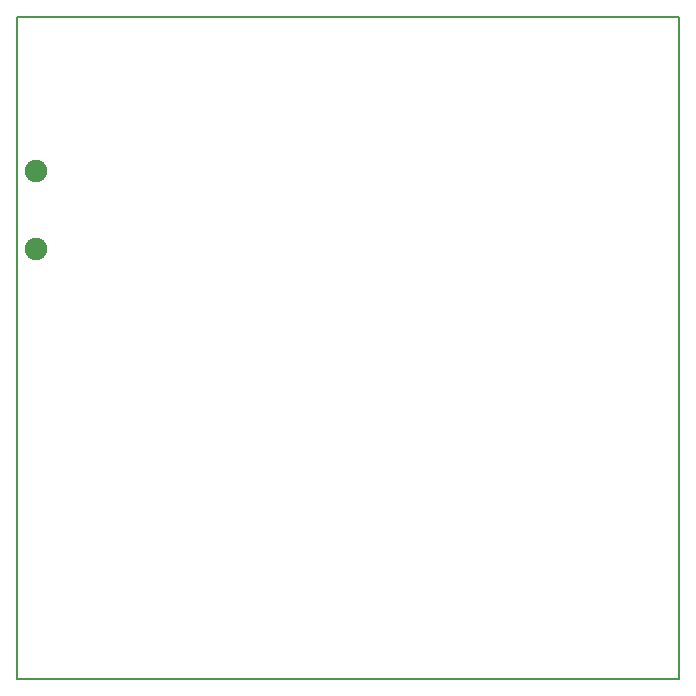
<source format=gbp>
G04 (created by PCBNEW (2013-07-07 BZR 4022)-stable) date 08-Nov-13 3:33:42 PM*
%MOIN*%
G04 Gerber Fmt 3.4, Leading zero omitted, Abs format*
%FSLAX34Y34*%
G01*
G70*
G90*
G04 APERTURE LIST*
%ADD10C,0.00590551*%
%ADD11C,0.075*%
G04 APERTURE END LIST*
G54D10*
X36122Y-29429D02*
X58169Y-29429D01*
X36122Y-7381D02*
X58169Y-7381D01*
X36122Y-29429D02*
X36122Y-7381D01*
X58169Y-7381D02*
X58169Y-29429D01*
G54D11*
X36725Y-12499D03*
X36725Y-15099D03*
M02*

</source>
